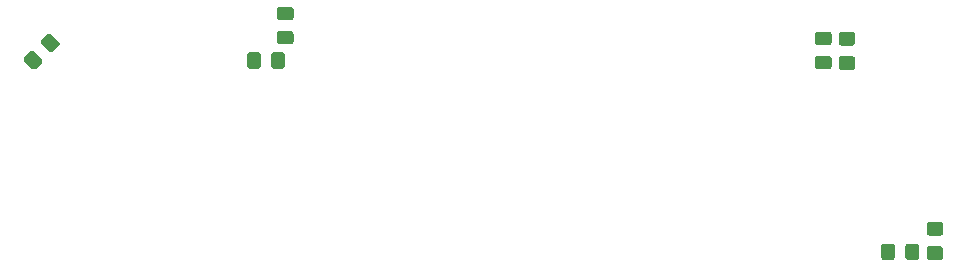
<source format=gbr>
G04 #@! TF.GenerationSoftware,KiCad,Pcbnew,(5.1.5)-3*
G04 #@! TF.CreationDate,2020-02-22T19:23:43-05:00*
G04 #@! TF.ProjectId,Dofleini-controller-STM32,446f666c-6569-46e6-992d-636f6e74726f,rev?*
G04 #@! TF.SameCoordinates,Original*
G04 #@! TF.FileFunction,Paste,Bot*
G04 #@! TF.FilePolarity,Positive*
%FSLAX46Y46*%
G04 Gerber Fmt 4.6, Leading zero omitted, Abs format (unit mm)*
G04 Created by KiCad (PCBNEW (5.1.5)-3) date 2020-02-22 19:23:43*
%MOMM*%
%LPD*%
G04 APERTURE LIST*
%ADD10C,0.100000*%
G04 APERTURE END LIST*
D10*
G36*
X-35768668Y12822020D02*
G01*
X-35744400Y12818420D01*
X-35720601Y12812459D01*
X-35697502Y12804194D01*
X-35675323Y12793704D01*
X-35654280Y12781092D01*
X-35634574Y12766477D01*
X-35616396Y12750001D01*
X-34979999Y12113604D01*
X-34963523Y12095426D01*
X-34948908Y12075720D01*
X-34936296Y12054677D01*
X-34925806Y12032498D01*
X-34917541Y12009399D01*
X-34911580Y11985600D01*
X-34907980Y11961332D01*
X-34906776Y11936828D01*
X-34907980Y11912324D01*
X-34911580Y11888056D01*
X-34917541Y11864257D01*
X-34925806Y11841158D01*
X-34936296Y11818979D01*
X-34948908Y11797936D01*
X-34963523Y11778230D01*
X-34979999Y11760052D01*
X-35439620Y11300431D01*
X-35457798Y11283955D01*
X-35477504Y11269340D01*
X-35498547Y11256728D01*
X-35520726Y11246238D01*
X-35543825Y11237973D01*
X-35567624Y11232012D01*
X-35591892Y11228412D01*
X-35616396Y11227208D01*
X-35640900Y11228412D01*
X-35665168Y11232012D01*
X-35688967Y11237973D01*
X-35712066Y11246238D01*
X-35734245Y11256728D01*
X-35755288Y11269340D01*
X-35774994Y11283955D01*
X-35793172Y11300431D01*
X-36429569Y11936828D01*
X-36446045Y11955006D01*
X-36460660Y11974712D01*
X-36473272Y11995755D01*
X-36483762Y12017934D01*
X-36492027Y12041033D01*
X-36497988Y12064832D01*
X-36501588Y12089100D01*
X-36502792Y12113604D01*
X-36501588Y12138108D01*
X-36497988Y12162376D01*
X-36492027Y12186175D01*
X-36483762Y12209274D01*
X-36473272Y12231453D01*
X-36460660Y12252496D01*
X-36446045Y12272202D01*
X-36429569Y12290380D01*
X-35969948Y12750001D01*
X-35951770Y12766477D01*
X-35932064Y12781092D01*
X-35911021Y12793704D01*
X-35888842Y12804194D01*
X-35865743Y12812459D01*
X-35841944Y12818420D01*
X-35817676Y12822020D01*
X-35793172Y12823224D01*
X-35768668Y12822020D01*
G37*
G36*
X-34319100Y14271588D02*
G01*
X-34294832Y14267988D01*
X-34271033Y14262027D01*
X-34247934Y14253762D01*
X-34225755Y14243272D01*
X-34204712Y14230660D01*
X-34185006Y14216045D01*
X-34166828Y14199569D01*
X-33530431Y13563172D01*
X-33513955Y13544994D01*
X-33499340Y13525288D01*
X-33486728Y13504245D01*
X-33476238Y13482066D01*
X-33467973Y13458967D01*
X-33462012Y13435168D01*
X-33458412Y13410900D01*
X-33457208Y13386396D01*
X-33458412Y13361892D01*
X-33462012Y13337624D01*
X-33467973Y13313825D01*
X-33476238Y13290726D01*
X-33486728Y13268547D01*
X-33499340Y13247504D01*
X-33513955Y13227798D01*
X-33530431Y13209620D01*
X-33990052Y12749999D01*
X-34008230Y12733523D01*
X-34027936Y12718908D01*
X-34048979Y12706296D01*
X-34071158Y12695806D01*
X-34094257Y12687541D01*
X-34118056Y12681580D01*
X-34142324Y12677980D01*
X-34166828Y12676776D01*
X-34191332Y12677980D01*
X-34215600Y12681580D01*
X-34239399Y12687541D01*
X-34262498Y12695806D01*
X-34284677Y12706296D01*
X-34305720Y12718908D01*
X-34325426Y12733523D01*
X-34343604Y12749999D01*
X-34980001Y13386396D01*
X-34996477Y13404574D01*
X-35011092Y13424280D01*
X-35023704Y13445323D01*
X-35034194Y13467502D01*
X-35042459Y13490601D01*
X-35048420Y13514400D01*
X-35052020Y13538668D01*
X-35053224Y13563172D01*
X-35052020Y13587676D01*
X-35048420Y13611944D01*
X-35042459Y13635743D01*
X-35034194Y13658842D01*
X-35023704Y13681021D01*
X-35011092Y13702064D01*
X-34996477Y13721770D01*
X-34980001Y13739948D01*
X-34520380Y14199569D01*
X-34502202Y14216045D01*
X-34482496Y14230660D01*
X-34461453Y14243272D01*
X-34439274Y14253762D01*
X-34416175Y14262027D01*
X-34392376Y14267988D01*
X-34368108Y14271588D01*
X-34343604Y14272792D01*
X-34319100Y14271588D01*
G37*
G36*
X33674505Y12348796D02*
G01*
X33698773Y12345196D01*
X33722572Y12339235D01*
X33745671Y12330970D01*
X33767850Y12320480D01*
X33788893Y12307868D01*
X33808599Y12293253D01*
X33826777Y12276777D01*
X33843253Y12258599D01*
X33857868Y12238893D01*
X33870480Y12217850D01*
X33880970Y12195671D01*
X33889235Y12172572D01*
X33895196Y12148773D01*
X33898796Y12124505D01*
X33900000Y12100001D01*
X33900000Y11449999D01*
X33898796Y11425495D01*
X33895196Y11401227D01*
X33889235Y11377428D01*
X33880970Y11354329D01*
X33870480Y11332150D01*
X33857868Y11311107D01*
X33843253Y11291401D01*
X33826777Y11273223D01*
X33808599Y11256747D01*
X33788893Y11242132D01*
X33767850Y11229520D01*
X33745671Y11219030D01*
X33722572Y11210765D01*
X33698773Y11204804D01*
X33674505Y11201204D01*
X33650001Y11200000D01*
X32749999Y11200000D01*
X32725495Y11201204D01*
X32701227Y11204804D01*
X32677428Y11210765D01*
X32654329Y11219030D01*
X32632150Y11229520D01*
X32611107Y11242132D01*
X32591401Y11256747D01*
X32573223Y11273223D01*
X32556747Y11291401D01*
X32542132Y11311107D01*
X32529520Y11332150D01*
X32519030Y11354329D01*
X32510765Y11377428D01*
X32504804Y11401227D01*
X32501204Y11425495D01*
X32500000Y11449999D01*
X32500000Y12100001D01*
X32501204Y12124505D01*
X32504804Y12148773D01*
X32510765Y12172572D01*
X32519030Y12195671D01*
X32529520Y12217850D01*
X32542132Y12238893D01*
X32556747Y12258599D01*
X32573223Y12276777D01*
X32591401Y12293253D01*
X32611107Y12307868D01*
X32632150Y12320480D01*
X32654329Y12330970D01*
X32677428Y12339235D01*
X32701227Y12345196D01*
X32725495Y12348796D01*
X32749999Y12350000D01*
X33650001Y12350000D01*
X33674505Y12348796D01*
G37*
G36*
X33674505Y14398796D02*
G01*
X33698773Y14395196D01*
X33722572Y14389235D01*
X33745671Y14380970D01*
X33767850Y14370480D01*
X33788893Y14357868D01*
X33808599Y14343253D01*
X33826777Y14326777D01*
X33843253Y14308599D01*
X33857868Y14288893D01*
X33870480Y14267850D01*
X33880970Y14245671D01*
X33889235Y14222572D01*
X33895196Y14198773D01*
X33898796Y14174505D01*
X33900000Y14150001D01*
X33900000Y13499999D01*
X33898796Y13475495D01*
X33895196Y13451227D01*
X33889235Y13427428D01*
X33880970Y13404329D01*
X33870480Y13382150D01*
X33857868Y13361107D01*
X33843253Y13341401D01*
X33826777Y13323223D01*
X33808599Y13306747D01*
X33788893Y13292132D01*
X33767850Y13279520D01*
X33745671Y13269030D01*
X33722572Y13260765D01*
X33698773Y13254804D01*
X33674505Y13251204D01*
X33650001Y13250000D01*
X32749999Y13250000D01*
X32725495Y13251204D01*
X32701227Y13254804D01*
X32677428Y13260765D01*
X32654329Y13269030D01*
X32632150Y13279520D01*
X32611107Y13292132D01*
X32591401Y13306747D01*
X32573223Y13323223D01*
X32556747Y13341401D01*
X32542132Y13361107D01*
X32529520Y13382150D01*
X32519030Y13404329D01*
X32510765Y13427428D01*
X32504804Y13451227D01*
X32501204Y13475495D01*
X32500000Y13499999D01*
X32500000Y14150001D01*
X32501204Y14174505D01*
X32504804Y14198773D01*
X32510765Y14222572D01*
X32519030Y14245671D01*
X32529520Y14267850D01*
X32542132Y14288893D01*
X32556747Y14308599D01*
X32573223Y14326777D01*
X32591401Y14343253D01*
X32611107Y14357868D01*
X32632150Y14370480D01*
X32654329Y14380970D01*
X32677428Y14389235D01*
X32701227Y14395196D01*
X32725495Y14398796D01*
X32749999Y14400000D01*
X33650001Y14400000D01*
X33674505Y14398796D01*
G37*
G36*
X-14605495Y12688796D02*
G01*
X-14581227Y12685196D01*
X-14557428Y12679235D01*
X-14534329Y12670970D01*
X-14512150Y12660480D01*
X-14491107Y12647868D01*
X-14471401Y12633253D01*
X-14453223Y12616777D01*
X-14436747Y12598599D01*
X-14422132Y12578893D01*
X-14409520Y12557850D01*
X-14399030Y12535671D01*
X-14390765Y12512572D01*
X-14384804Y12488773D01*
X-14381204Y12464505D01*
X-14380000Y12440001D01*
X-14380000Y11539999D01*
X-14381204Y11515495D01*
X-14384804Y11491227D01*
X-14390765Y11467428D01*
X-14399030Y11444329D01*
X-14409520Y11422150D01*
X-14422132Y11401107D01*
X-14436747Y11381401D01*
X-14453223Y11363223D01*
X-14471401Y11346747D01*
X-14491107Y11332132D01*
X-14512150Y11319520D01*
X-14534329Y11309030D01*
X-14557428Y11300765D01*
X-14581227Y11294804D01*
X-14605495Y11291204D01*
X-14629999Y11290000D01*
X-15280001Y11290000D01*
X-15304505Y11291204D01*
X-15328773Y11294804D01*
X-15352572Y11300765D01*
X-15375671Y11309030D01*
X-15397850Y11319520D01*
X-15418893Y11332132D01*
X-15438599Y11346747D01*
X-15456777Y11363223D01*
X-15473253Y11381401D01*
X-15487868Y11401107D01*
X-15500480Y11422150D01*
X-15510970Y11444329D01*
X-15519235Y11467428D01*
X-15525196Y11491227D01*
X-15528796Y11515495D01*
X-15530000Y11539999D01*
X-15530000Y12440001D01*
X-15528796Y12464505D01*
X-15525196Y12488773D01*
X-15519235Y12512572D01*
X-15510970Y12535671D01*
X-15500480Y12557850D01*
X-15487868Y12578893D01*
X-15473253Y12598599D01*
X-15456777Y12616777D01*
X-15438599Y12633253D01*
X-15418893Y12647868D01*
X-15397850Y12660480D01*
X-15375671Y12670970D01*
X-15352572Y12679235D01*
X-15328773Y12685196D01*
X-15304505Y12688796D01*
X-15280001Y12690000D01*
X-14629999Y12690000D01*
X-14605495Y12688796D01*
G37*
G36*
X-16655495Y12688796D02*
G01*
X-16631227Y12685196D01*
X-16607428Y12679235D01*
X-16584329Y12670970D01*
X-16562150Y12660480D01*
X-16541107Y12647868D01*
X-16521401Y12633253D01*
X-16503223Y12616777D01*
X-16486747Y12598599D01*
X-16472132Y12578893D01*
X-16459520Y12557850D01*
X-16449030Y12535671D01*
X-16440765Y12512572D01*
X-16434804Y12488773D01*
X-16431204Y12464505D01*
X-16430000Y12440001D01*
X-16430000Y11539999D01*
X-16431204Y11515495D01*
X-16434804Y11491227D01*
X-16440765Y11467428D01*
X-16449030Y11444329D01*
X-16459520Y11422150D01*
X-16472132Y11401107D01*
X-16486747Y11381401D01*
X-16503223Y11363223D01*
X-16521401Y11346747D01*
X-16541107Y11332132D01*
X-16562150Y11319520D01*
X-16584329Y11309030D01*
X-16607428Y11300765D01*
X-16631227Y11294804D01*
X-16655495Y11291204D01*
X-16679999Y11290000D01*
X-17330001Y11290000D01*
X-17354505Y11291204D01*
X-17378773Y11294804D01*
X-17402572Y11300765D01*
X-17425671Y11309030D01*
X-17447850Y11319520D01*
X-17468893Y11332132D01*
X-17488599Y11346747D01*
X-17506777Y11363223D01*
X-17523253Y11381401D01*
X-17537868Y11401107D01*
X-17550480Y11422150D01*
X-17560970Y11444329D01*
X-17569235Y11467428D01*
X-17575196Y11491227D01*
X-17578796Y11515495D01*
X-17580000Y11539999D01*
X-17580000Y12440001D01*
X-17578796Y12464505D01*
X-17575196Y12488773D01*
X-17569235Y12512572D01*
X-17560970Y12535671D01*
X-17550480Y12557850D01*
X-17537868Y12578893D01*
X-17523253Y12598599D01*
X-17506777Y12616777D01*
X-17488599Y12633253D01*
X-17468893Y12647868D01*
X-17447850Y12660480D01*
X-17425671Y12670970D01*
X-17402572Y12679235D01*
X-17378773Y12685196D01*
X-17354505Y12688796D01*
X-17330001Y12690000D01*
X-16679999Y12690000D01*
X-16655495Y12688796D01*
G37*
G36*
X-13875495Y16538796D02*
G01*
X-13851227Y16535196D01*
X-13827428Y16529235D01*
X-13804329Y16520970D01*
X-13782150Y16510480D01*
X-13761107Y16497868D01*
X-13741401Y16483253D01*
X-13723223Y16466777D01*
X-13706747Y16448599D01*
X-13692132Y16428893D01*
X-13679520Y16407850D01*
X-13669030Y16385671D01*
X-13660765Y16362572D01*
X-13654804Y16338773D01*
X-13651204Y16314505D01*
X-13650000Y16290001D01*
X-13650000Y15639999D01*
X-13651204Y15615495D01*
X-13654804Y15591227D01*
X-13660765Y15567428D01*
X-13669030Y15544329D01*
X-13679520Y15522150D01*
X-13692132Y15501107D01*
X-13706747Y15481401D01*
X-13723223Y15463223D01*
X-13741401Y15446747D01*
X-13761107Y15432132D01*
X-13782150Y15419520D01*
X-13804329Y15409030D01*
X-13827428Y15400765D01*
X-13851227Y15394804D01*
X-13875495Y15391204D01*
X-13899999Y15390000D01*
X-14800001Y15390000D01*
X-14824505Y15391204D01*
X-14848773Y15394804D01*
X-14872572Y15400765D01*
X-14895671Y15409030D01*
X-14917850Y15419520D01*
X-14938893Y15432132D01*
X-14958599Y15446747D01*
X-14976777Y15463223D01*
X-14993253Y15481401D01*
X-15007868Y15501107D01*
X-15020480Y15522150D01*
X-15030970Y15544329D01*
X-15039235Y15567428D01*
X-15045196Y15591227D01*
X-15048796Y15615495D01*
X-15050000Y15639999D01*
X-15050000Y16290001D01*
X-15048796Y16314505D01*
X-15045196Y16338773D01*
X-15039235Y16362572D01*
X-15030970Y16385671D01*
X-15020480Y16407850D01*
X-15007868Y16428893D01*
X-14993253Y16448599D01*
X-14976777Y16466777D01*
X-14958599Y16483253D01*
X-14938893Y16497868D01*
X-14917850Y16510480D01*
X-14895671Y16520970D01*
X-14872572Y16529235D01*
X-14848773Y16535196D01*
X-14824505Y16538796D01*
X-14800001Y16540000D01*
X-13899999Y16540000D01*
X-13875495Y16538796D01*
G37*
G36*
X-13875495Y14488796D02*
G01*
X-13851227Y14485196D01*
X-13827428Y14479235D01*
X-13804329Y14470970D01*
X-13782150Y14460480D01*
X-13761107Y14447868D01*
X-13741401Y14433253D01*
X-13723223Y14416777D01*
X-13706747Y14398599D01*
X-13692132Y14378893D01*
X-13679520Y14357850D01*
X-13669030Y14335671D01*
X-13660765Y14312572D01*
X-13654804Y14288773D01*
X-13651204Y14264505D01*
X-13650000Y14240001D01*
X-13650000Y13589999D01*
X-13651204Y13565495D01*
X-13654804Y13541227D01*
X-13660765Y13517428D01*
X-13669030Y13494329D01*
X-13679520Y13472150D01*
X-13692132Y13451107D01*
X-13706747Y13431401D01*
X-13723223Y13413223D01*
X-13741401Y13396747D01*
X-13761107Y13382132D01*
X-13782150Y13369520D01*
X-13804329Y13359030D01*
X-13827428Y13350765D01*
X-13851227Y13344804D01*
X-13875495Y13341204D01*
X-13899999Y13340000D01*
X-14800001Y13340000D01*
X-14824505Y13341204D01*
X-14848773Y13344804D01*
X-14872572Y13350765D01*
X-14895671Y13359030D01*
X-14917850Y13369520D01*
X-14938893Y13382132D01*
X-14958599Y13396747D01*
X-14976777Y13413223D01*
X-14993253Y13431401D01*
X-15007868Y13451107D01*
X-15020480Y13472150D01*
X-15030970Y13494329D01*
X-15039235Y13517428D01*
X-15045196Y13541227D01*
X-15048796Y13565495D01*
X-15050000Y13589999D01*
X-15050000Y14240001D01*
X-15048796Y14264505D01*
X-15045196Y14288773D01*
X-15039235Y14312572D01*
X-15030970Y14335671D01*
X-15020480Y14357850D01*
X-15007868Y14378893D01*
X-14993253Y14398599D01*
X-14976777Y14416777D01*
X-14958599Y14433253D01*
X-14938893Y14447868D01*
X-14917850Y14460480D01*
X-14895671Y14470970D01*
X-14872572Y14479235D01*
X-14848773Y14485196D01*
X-14824505Y14488796D01*
X-14800001Y14490000D01*
X-13899999Y14490000D01*
X-13875495Y14488796D01*
G37*
G36*
X31674505Y14428796D02*
G01*
X31698773Y14425196D01*
X31722572Y14419235D01*
X31745671Y14410970D01*
X31767850Y14400480D01*
X31788893Y14387868D01*
X31808599Y14373253D01*
X31826777Y14356777D01*
X31843253Y14338599D01*
X31857868Y14318893D01*
X31870480Y14297850D01*
X31880970Y14275671D01*
X31889235Y14252572D01*
X31895196Y14228773D01*
X31898796Y14204505D01*
X31900000Y14180001D01*
X31900000Y13529999D01*
X31898796Y13505495D01*
X31895196Y13481227D01*
X31889235Y13457428D01*
X31880970Y13434329D01*
X31870480Y13412150D01*
X31857868Y13391107D01*
X31843253Y13371401D01*
X31826777Y13353223D01*
X31808599Y13336747D01*
X31788893Y13322132D01*
X31767850Y13309520D01*
X31745671Y13299030D01*
X31722572Y13290765D01*
X31698773Y13284804D01*
X31674505Y13281204D01*
X31650001Y13280000D01*
X30749999Y13280000D01*
X30725495Y13281204D01*
X30701227Y13284804D01*
X30677428Y13290765D01*
X30654329Y13299030D01*
X30632150Y13309520D01*
X30611107Y13322132D01*
X30591401Y13336747D01*
X30573223Y13353223D01*
X30556747Y13371401D01*
X30542132Y13391107D01*
X30529520Y13412150D01*
X30519030Y13434329D01*
X30510765Y13457428D01*
X30504804Y13481227D01*
X30501204Y13505495D01*
X30500000Y13529999D01*
X30500000Y14180001D01*
X30501204Y14204505D01*
X30504804Y14228773D01*
X30510765Y14252572D01*
X30519030Y14275671D01*
X30529520Y14297850D01*
X30542132Y14318893D01*
X30556747Y14338599D01*
X30573223Y14356777D01*
X30591401Y14373253D01*
X30611107Y14387868D01*
X30632150Y14400480D01*
X30654329Y14410970D01*
X30677428Y14419235D01*
X30701227Y14425196D01*
X30725495Y14428796D01*
X30749999Y14430000D01*
X31650001Y14430000D01*
X31674505Y14428796D01*
G37*
G36*
X31674505Y12378796D02*
G01*
X31698773Y12375196D01*
X31722572Y12369235D01*
X31745671Y12360970D01*
X31767850Y12350480D01*
X31788893Y12337868D01*
X31808599Y12323253D01*
X31826777Y12306777D01*
X31843253Y12288599D01*
X31857868Y12268893D01*
X31870480Y12247850D01*
X31880970Y12225671D01*
X31889235Y12202572D01*
X31895196Y12178773D01*
X31898796Y12154505D01*
X31900000Y12130001D01*
X31900000Y11479999D01*
X31898796Y11455495D01*
X31895196Y11431227D01*
X31889235Y11407428D01*
X31880970Y11384329D01*
X31870480Y11362150D01*
X31857868Y11341107D01*
X31843253Y11321401D01*
X31826777Y11303223D01*
X31808599Y11286747D01*
X31788893Y11272132D01*
X31767850Y11259520D01*
X31745671Y11249030D01*
X31722572Y11240765D01*
X31698773Y11234804D01*
X31674505Y11231204D01*
X31650001Y11230000D01*
X30749999Y11230000D01*
X30725495Y11231204D01*
X30701227Y11234804D01*
X30677428Y11240765D01*
X30654329Y11249030D01*
X30632150Y11259520D01*
X30611107Y11272132D01*
X30591401Y11286747D01*
X30573223Y11303223D01*
X30556747Y11321401D01*
X30542132Y11341107D01*
X30529520Y11362150D01*
X30519030Y11384329D01*
X30510765Y11407428D01*
X30504804Y11431227D01*
X30501204Y11455495D01*
X30500000Y11479999D01*
X30500000Y12130001D01*
X30501204Y12154505D01*
X30504804Y12178773D01*
X30510765Y12202572D01*
X30519030Y12225671D01*
X30529520Y12247850D01*
X30542132Y12268893D01*
X30556747Y12288599D01*
X30573223Y12306777D01*
X30591401Y12323253D01*
X30611107Y12337868D01*
X30632150Y12350480D01*
X30654329Y12360970D01*
X30677428Y12369235D01*
X30701227Y12375196D01*
X30725495Y12378796D01*
X30749999Y12380000D01*
X31650001Y12380000D01*
X31674505Y12378796D01*
G37*
G36*
X39084505Y-3511204D02*
G01*
X39108773Y-3514804D01*
X39132572Y-3520765D01*
X39155671Y-3529030D01*
X39177850Y-3539520D01*
X39198893Y-3552132D01*
X39218599Y-3566747D01*
X39236777Y-3583223D01*
X39253253Y-3601401D01*
X39267868Y-3621107D01*
X39280480Y-3642150D01*
X39290970Y-3664329D01*
X39299235Y-3687428D01*
X39305196Y-3711227D01*
X39308796Y-3735495D01*
X39310000Y-3759999D01*
X39310000Y-4660001D01*
X39308796Y-4684505D01*
X39305196Y-4708773D01*
X39299235Y-4732572D01*
X39290970Y-4755671D01*
X39280480Y-4777850D01*
X39267868Y-4798893D01*
X39253253Y-4818599D01*
X39236777Y-4836777D01*
X39218599Y-4853253D01*
X39198893Y-4867868D01*
X39177850Y-4880480D01*
X39155671Y-4890970D01*
X39132572Y-4899235D01*
X39108773Y-4905196D01*
X39084505Y-4908796D01*
X39060001Y-4910000D01*
X38409999Y-4910000D01*
X38385495Y-4908796D01*
X38361227Y-4905196D01*
X38337428Y-4899235D01*
X38314329Y-4890970D01*
X38292150Y-4880480D01*
X38271107Y-4867868D01*
X38251401Y-4853253D01*
X38233223Y-4836777D01*
X38216747Y-4818599D01*
X38202132Y-4798893D01*
X38189520Y-4777850D01*
X38179030Y-4755671D01*
X38170765Y-4732572D01*
X38164804Y-4708773D01*
X38161204Y-4684505D01*
X38160000Y-4660001D01*
X38160000Y-3759999D01*
X38161204Y-3735495D01*
X38164804Y-3711227D01*
X38170765Y-3687428D01*
X38179030Y-3664329D01*
X38189520Y-3642150D01*
X38202132Y-3621107D01*
X38216747Y-3601401D01*
X38233223Y-3583223D01*
X38251401Y-3566747D01*
X38271107Y-3552132D01*
X38292150Y-3539520D01*
X38314329Y-3529030D01*
X38337428Y-3520765D01*
X38361227Y-3514804D01*
X38385495Y-3511204D01*
X38409999Y-3510000D01*
X39060001Y-3510000D01*
X39084505Y-3511204D01*
G37*
G36*
X37034505Y-3511204D02*
G01*
X37058773Y-3514804D01*
X37082572Y-3520765D01*
X37105671Y-3529030D01*
X37127850Y-3539520D01*
X37148893Y-3552132D01*
X37168599Y-3566747D01*
X37186777Y-3583223D01*
X37203253Y-3601401D01*
X37217868Y-3621107D01*
X37230480Y-3642150D01*
X37240970Y-3664329D01*
X37249235Y-3687428D01*
X37255196Y-3711227D01*
X37258796Y-3735495D01*
X37260000Y-3759999D01*
X37260000Y-4660001D01*
X37258796Y-4684505D01*
X37255196Y-4708773D01*
X37249235Y-4732572D01*
X37240970Y-4755671D01*
X37230480Y-4777850D01*
X37217868Y-4798893D01*
X37203253Y-4818599D01*
X37186777Y-4836777D01*
X37168599Y-4853253D01*
X37148893Y-4867868D01*
X37127850Y-4880480D01*
X37105671Y-4890970D01*
X37082572Y-4899235D01*
X37058773Y-4905196D01*
X37034505Y-4908796D01*
X37010001Y-4910000D01*
X36359999Y-4910000D01*
X36335495Y-4908796D01*
X36311227Y-4905196D01*
X36287428Y-4899235D01*
X36264329Y-4890970D01*
X36242150Y-4880480D01*
X36221107Y-4867868D01*
X36201401Y-4853253D01*
X36183223Y-4836777D01*
X36166747Y-4818599D01*
X36152132Y-4798893D01*
X36139520Y-4777850D01*
X36129030Y-4755671D01*
X36120765Y-4732572D01*
X36114804Y-4708773D01*
X36111204Y-4684505D01*
X36110000Y-4660001D01*
X36110000Y-3759999D01*
X36111204Y-3735495D01*
X36114804Y-3711227D01*
X36120765Y-3687428D01*
X36129030Y-3664329D01*
X36139520Y-3642150D01*
X36152132Y-3621107D01*
X36166747Y-3601401D01*
X36183223Y-3583223D01*
X36201401Y-3566747D01*
X36221107Y-3552132D01*
X36242150Y-3539520D01*
X36264329Y-3529030D01*
X36287428Y-3520765D01*
X36311227Y-3514804D01*
X36335495Y-3511204D01*
X36359999Y-3510000D01*
X37010001Y-3510000D01*
X37034505Y-3511204D01*
G37*
G36*
X41124505Y-3741204D02*
G01*
X41148773Y-3744804D01*
X41172572Y-3750765D01*
X41195671Y-3759030D01*
X41217850Y-3769520D01*
X41238893Y-3782132D01*
X41258599Y-3796747D01*
X41276777Y-3813223D01*
X41293253Y-3831401D01*
X41307868Y-3851107D01*
X41320480Y-3872150D01*
X41330970Y-3894329D01*
X41339235Y-3917428D01*
X41345196Y-3941227D01*
X41348796Y-3965495D01*
X41350000Y-3989999D01*
X41350000Y-4640001D01*
X41348796Y-4664505D01*
X41345196Y-4688773D01*
X41339235Y-4712572D01*
X41330970Y-4735671D01*
X41320480Y-4757850D01*
X41307868Y-4778893D01*
X41293253Y-4798599D01*
X41276777Y-4816777D01*
X41258599Y-4833253D01*
X41238893Y-4847868D01*
X41217850Y-4860480D01*
X41195671Y-4870970D01*
X41172572Y-4879235D01*
X41148773Y-4885196D01*
X41124505Y-4888796D01*
X41100001Y-4890000D01*
X40199999Y-4890000D01*
X40175495Y-4888796D01*
X40151227Y-4885196D01*
X40127428Y-4879235D01*
X40104329Y-4870970D01*
X40082150Y-4860480D01*
X40061107Y-4847868D01*
X40041401Y-4833253D01*
X40023223Y-4816777D01*
X40006747Y-4798599D01*
X39992132Y-4778893D01*
X39979520Y-4757850D01*
X39969030Y-4735671D01*
X39960765Y-4712572D01*
X39954804Y-4688773D01*
X39951204Y-4664505D01*
X39950000Y-4640001D01*
X39950000Y-3989999D01*
X39951204Y-3965495D01*
X39954804Y-3941227D01*
X39960765Y-3917428D01*
X39969030Y-3894329D01*
X39979520Y-3872150D01*
X39992132Y-3851107D01*
X40006747Y-3831401D01*
X40023223Y-3813223D01*
X40041401Y-3796747D01*
X40061107Y-3782132D01*
X40082150Y-3769520D01*
X40104329Y-3759030D01*
X40127428Y-3750765D01*
X40151227Y-3744804D01*
X40175495Y-3741204D01*
X40199999Y-3740000D01*
X41100001Y-3740000D01*
X41124505Y-3741204D01*
G37*
G36*
X41124505Y-1691204D02*
G01*
X41148773Y-1694804D01*
X41172572Y-1700765D01*
X41195671Y-1709030D01*
X41217850Y-1719520D01*
X41238893Y-1732132D01*
X41258599Y-1746747D01*
X41276777Y-1763223D01*
X41293253Y-1781401D01*
X41307868Y-1801107D01*
X41320480Y-1822150D01*
X41330970Y-1844329D01*
X41339235Y-1867428D01*
X41345196Y-1891227D01*
X41348796Y-1915495D01*
X41350000Y-1939999D01*
X41350000Y-2590001D01*
X41348796Y-2614505D01*
X41345196Y-2638773D01*
X41339235Y-2662572D01*
X41330970Y-2685671D01*
X41320480Y-2707850D01*
X41307868Y-2728893D01*
X41293253Y-2748599D01*
X41276777Y-2766777D01*
X41258599Y-2783253D01*
X41238893Y-2797868D01*
X41217850Y-2810480D01*
X41195671Y-2820970D01*
X41172572Y-2829235D01*
X41148773Y-2835196D01*
X41124505Y-2838796D01*
X41100001Y-2840000D01*
X40199999Y-2840000D01*
X40175495Y-2838796D01*
X40151227Y-2835196D01*
X40127428Y-2829235D01*
X40104329Y-2820970D01*
X40082150Y-2810480D01*
X40061107Y-2797868D01*
X40041401Y-2783253D01*
X40023223Y-2766777D01*
X40006747Y-2748599D01*
X39992132Y-2728893D01*
X39979520Y-2707850D01*
X39969030Y-2685671D01*
X39960765Y-2662572D01*
X39954804Y-2638773D01*
X39951204Y-2614505D01*
X39950000Y-2590001D01*
X39950000Y-1939999D01*
X39951204Y-1915495D01*
X39954804Y-1891227D01*
X39960765Y-1867428D01*
X39969030Y-1844329D01*
X39979520Y-1822150D01*
X39992132Y-1801107D01*
X40006747Y-1781401D01*
X40023223Y-1763223D01*
X40041401Y-1746747D01*
X40061107Y-1732132D01*
X40082150Y-1719520D01*
X40104329Y-1709030D01*
X40127428Y-1700765D01*
X40151227Y-1694804D01*
X40175495Y-1691204D01*
X40199999Y-1690000D01*
X41100001Y-1690000D01*
X41124505Y-1691204D01*
G37*
M02*

</source>
